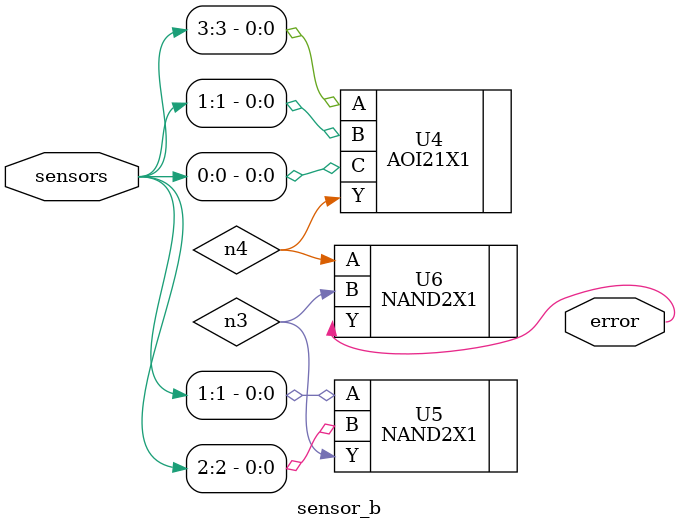
<source format=v>

module sensor_b ( sensors, error );
  input [3:0] sensors;
  output error;
  wire   n3, n4;

  AOI21X1 U4 ( .A(sensors[3]), .B(sensors[1]), .C(sensors[0]), .Y(n4) );
  NAND2X1 U5 ( .A(sensors[1]), .B(sensors[2]), .Y(n3) );
  NAND2X1 U6 ( .A(n4), .B(n3), .Y(error) );
endmodule


</source>
